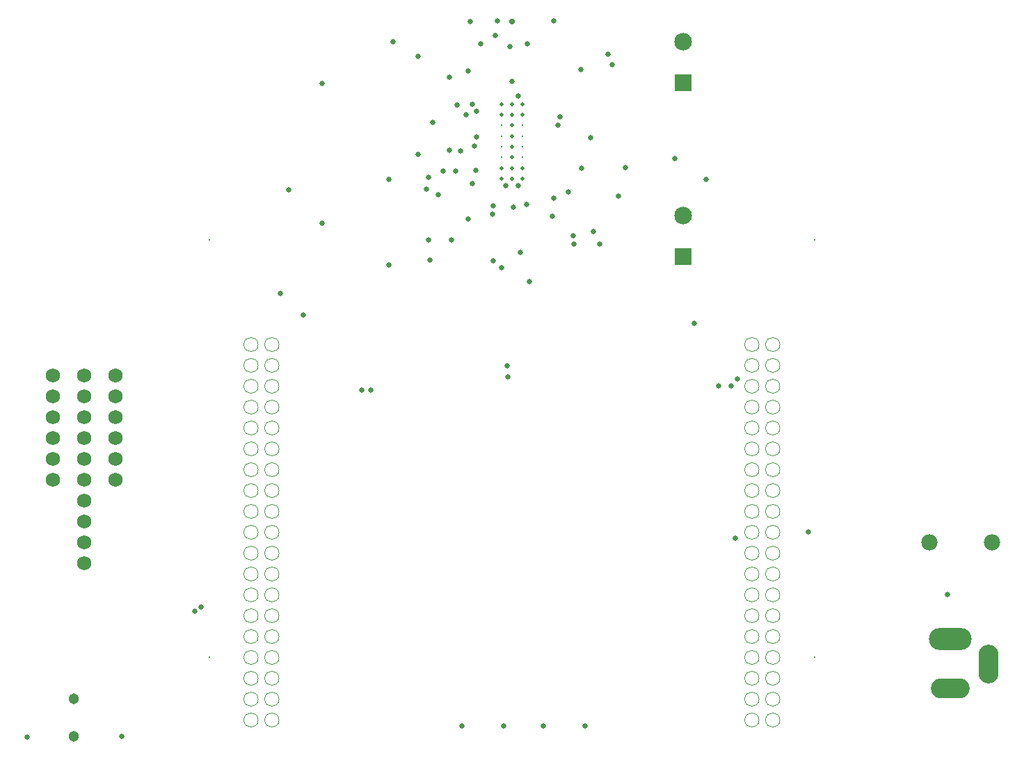
<source format=gbs>
G04*
G04 #@! TF.GenerationSoftware,Altium Limited,Altium Designer,20.2.4 (192)*
G04*
G04 Layer_Color=16711935*
%FSLAX25Y25*%
%MOIN*%
G70*
G04*
G04 #@! TF.SameCoordinates,B3AF9CCF-9D14-4356-84A3-7319CC5DFEB4*
G04*
G04*
G04 #@! TF.FilePolarity,Negative*
G04*
G01*
G75*
%ADD33C,0.00000*%
%ADD47C,0.00800*%
%ADD48C,0.00769*%
%ADD49C,0.01968*%
%ADD50C,0.07800*%
%ADD51O,0.09658X0.18517*%
%ADD52O,0.18517X0.09658*%
%ADD53O,0.20485X0.10642*%
%ADD54C,0.02769*%
%ADD55C,0.06800*%
%ADD56C,0.08477*%
%ADD57R,0.08477X0.08477*%
%ADD58C,0.05131*%
%ADD59C,0.02600*%
%ADD60C,0.02650*%
D33*
X123429Y19800D02*
G03*
X123429Y19800I-3429J0D01*
G01*
X133429D02*
G03*
X133429Y19800I-3429J0D01*
G01*
X123429Y29800D02*
G03*
X123429Y29800I-3429J0D01*
G01*
X133429D02*
G03*
X133429Y29800I-3429J0D01*
G01*
X123429Y39800D02*
G03*
X123429Y39800I-3429J0D01*
G01*
X133429D02*
G03*
X133429Y39800I-3429J0D01*
G01*
X123429Y49800D02*
G03*
X123429Y49800I-3429J0D01*
G01*
X133429D02*
G03*
X133429Y49800I-3429J0D01*
G01*
X123429Y59800D02*
G03*
X123429Y59800I-3429J0D01*
G01*
X133429D02*
G03*
X133429Y59800I-3429J0D01*
G01*
X123429Y69800D02*
G03*
X123429Y69800I-3429J0D01*
G01*
X133429D02*
G03*
X133429Y69800I-3429J0D01*
G01*
X123429Y79800D02*
G03*
X123429Y79800I-3429J0D01*
G01*
X133429D02*
G03*
X133429Y79800I-3429J0D01*
G01*
X123429Y89800D02*
G03*
X123429Y89800I-3429J0D01*
G01*
X133429D02*
G03*
X133429Y89800I-3429J0D01*
G01*
X123429Y99800D02*
G03*
X123429Y99800I-3429J0D01*
G01*
X133429D02*
G03*
X133429Y99800I-3429J0D01*
G01*
X123429Y109800D02*
G03*
X123429Y109800I-3429J0D01*
G01*
X133429D02*
G03*
X133429Y109800I-3429J0D01*
G01*
X123429Y119800D02*
G03*
X123429Y119800I-3429J0D01*
G01*
X133429D02*
G03*
X133429Y119800I-3429J0D01*
G01*
X123429Y129800D02*
G03*
X123429Y129800I-3429J0D01*
G01*
X133429D02*
G03*
X133429Y129800I-3429J0D01*
G01*
X123429Y139800D02*
G03*
X123429Y139800I-3429J0D01*
G01*
X133429D02*
G03*
X133429Y139800I-3429J0D01*
G01*
X123429Y149800D02*
G03*
X123429Y149800I-3429J0D01*
G01*
X133429D02*
G03*
X133429Y149800I-3429J0D01*
G01*
X123429Y159800D02*
G03*
X123429Y159800I-3429J0D01*
G01*
X133429D02*
G03*
X133429Y159800I-3429J0D01*
G01*
X123429Y169800D02*
G03*
X123429Y169800I-3429J0D01*
G01*
X133429D02*
G03*
X133429Y169800I-3429J0D01*
G01*
X123429Y179800D02*
G03*
X123429Y179800I-3429J0D01*
G01*
X133429D02*
G03*
X133429Y179800I-3429J0D01*
G01*
X123429Y189800D02*
G03*
X123429Y189800I-3429J0D01*
G01*
X133429D02*
G03*
X133429Y189800I-3429J0D01*
G01*
X123429Y199800D02*
G03*
X123429Y199800I-3429J0D01*
G01*
X133429D02*
G03*
X133429Y199800I-3429J0D01*
G01*
X363429Y19800D02*
G03*
X363429Y19800I-3429J0D01*
G01*
X373429D02*
G03*
X373429Y19800I-3429J0D01*
G01*
X363429Y29800D02*
G03*
X363429Y29800I-3429J0D01*
G01*
X373429D02*
G03*
X373429Y29800I-3429J0D01*
G01*
X363429Y39800D02*
G03*
X363429Y39800I-3429J0D01*
G01*
X373429D02*
G03*
X373429Y39800I-3429J0D01*
G01*
X363429Y49800D02*
G03*
X363429Y49800I-3429J0D01*
G01*
X373429D02*
G03*
X373429Y49800I-3429J0D01*
G01*
X363429Y59800D02*
G03*
X363429Y59800I-3429J0D01*
G01*
X373429D02*
G03*
X373429Y59800I-3429J0D01*
G01*
X363429Y69800D02*
G03*
X363429Y69800I-3429J0D01*
G01*
X373429D02*
G03*
X373429Y69800I-3429J0D01*
G01*
X363429Y79800D02*
G03*
X363429Y79800I-3429J0D01*
G01*
X373429D02*
G03*
X373429Y79800I-3429J0D01*
G01*
X363429Y89800D02*
G03*
X363429Y89800I-3429J0D01*
G01*
X373429D02*
G03*
X373429Y89800I-3429J0D01*
G01*
X363429Y99800D02*
G03*
X363429Y99800I-3429J0D01*
G01*
X373429D02*
G03*
X373429Y99800I-3429J0D01*
G01*
X363429Y109800D02*
G03*
X363429Y109800I-3429J0D01*
G01*
X373429D02*
G03*
X373429Y109800I-3429J0D01*
G01*
X363429Y119800D02*
G03*
X363429Y119800I-3429J0D01*
G01*
X373429D02*
G03*
X373429Y119800I-3429J0D01*
G01*
X363429Y129800D02*
G03*
X363429Y129800I-3429J0D01*
G01*
X373429D02*
G03*
X373429Y129800I-3429J0D01*
G01*
X363429Y139800D02*
G03*
X363429Y139800I-3429J0D01*
G01*
X373429D02*
G03*
X373429Y139800I-3429J0D01*
G01*
X363429Y149800D02*
G03*
X363429Y149800I-3429J0D01*
G01*
X373429D02*
G03*
X373429Y149800I-3429J0D01*
G01*
X363429Y159800D02*
G03*
X363429Y159800I-3429J0D01*
G01*
X373429D02*
G03*
X373429Y159800I-3429J0D01*
G01*
X363429Y169800D02*
G03*
X363429Y169800I-3429J0D01*
G01*
X373429D02*
G03*
X373429Y169800I-3429J0D01*
G01*
X363429Y179800D02*
G03*
X363429Y179800I-3429J0D01*
G01*
X373429D02*
G03*
X373429Y179800I-3429J0D01*
G01*
X363429Y189800D02*
G03*
X363429Y189800I-3429J0D01*
G01*
X373429D02*
G03*
X373429Y189800I-3429J0D01*
G01*
X363429Y199800D02*
G03*
X363429Y199800I-3429J0D01*
G01*
X373429D02*
G03*
X373429Y199800I-3429J0D01*
G01*
D47*
X390000Y250000D02*
D03*
Y50000D02*
D03*
X100000Y250000D02*
D03*
Y50000D02*
D03*
D48*
X250118Y299764D02*
D03*
X239882D02*
D03*
X250118Y304882D02*
D03*
X239882D02*
D03*
Y289528D02*
D03*
X250118D02*
D03*
X239882Y294646D02*
D03*
X250118D02*
D03*
D49*
X245000Y299764D02*
D03*
Y304882D02*
D03*
X239882Y315118D02*
D03*
X245000D02*
D03*
X250118D02*
D03*
X239882Y310000D02*
D03*
X245000D02*
D03*
X250118D02*
D03*
Y284409D02*
D03*
X245000D02*
D03*
X239882D02*
D03*
X250118Y279291D02*
D03*
X245000D02*
D03*
X239882D02*
D03*
X245000Y289528D02*
D03*
Y294646D02*
D03*
D50*
X475000Y105000D02*
D03*
X445000D02*
D03*
D51*
X473504Y46811D02*
D03*
D52*
X455000Y35000D02*
D03*
D53*
Y58622D02*
D03*
D54*
X245000Y354807D02*
D03*
D55*
X55000Y185000D02*
D03*
Y175000D02*
D03*
Y165000D02*
D03*
Y155000D02*
D03*
Y145000D02*
D03*
Y135000D02*
D03*
X40000Y95000D02*
D03*
Y105000D02*
D03*
Y115000D02*
D03*
Y125000D02*
D03*
Y135000D02*
D03*
Y145000D02*
D03*
Y155000D02*
D03*
Y165000D02*
D03*
Y175000D02*
D03*
Y185000D02*
D03*
X25000D02*
D03*
Y175000D02*
D03*
Y165000D02*
D03*
Y155000D02*
D03*
Y145000D02*
D03*
Y135000D02*
D03*
D56*
X327000Y345000D02*
D03*
Y261685D02*
D03*
D57*
Y325315D02*
D03*
Y242000D02*
D03*
D58*
X35000Y11890D02*
D03*
Y30000D02*
D03*
D59*
X293000Y333828D02*
D03*
X12700Y11700D02*
D03*
X338000Y279000D02*
D03*
X186000Y238000D02*
D03*
X224200Y331000D02*
D03*
X205655Y240445D02*
D03*
X453800Y80100D02*
D03*
X282800Y298900D02*
D03*
X274800Y248100D02*
D03*
X274535Y252000D02*
D03*
X205000Y250000D02*
D03*
Y280000D02*
D03*
X296000Y271000D02*
D03*
X265000Y355000D02*
D03*
Y270000D02*
D03*
X216000Y250000D02*
D03*
X230000Y344000D02*
D03*
X277887Y331600D02*
D03*
X200000Y290900D02*
D03*
X186000Y279000D02*
D03*
X58000Y12000D02*
D03*
X215000Y328000D02*
D03*
X188000Y345000D02*
D03*
X200000Y338000D02*
D03*
X138000Y274000D02*
D03*
D60*
X291000Y339000D02*
D03*
X245700Y265713D02*
D03*
X209600Y271500D02*
D03*
X236100Y266405D02*
D03*
X134200Y224400D02*
D03*
X154061Y257939D02*
D03*
X203900Y274225D02*
D03*
X235800Y262300D02*
D03*
X223975Y260000D02*
D03*
X243100Y184200D02*
D03*
X242800Y189500D02*
D03*
X239882Y236518D02*
D03*
X249125Y244056D02*
D03*
X264300Y261300D02*
D03*
X253300Y229900D02*
D03*
X93000Y72000D02*
D03*
X284000Y254000D02*
D03*
X225905Y277000D02*
D03*
X242000Y276000D02*
D03*
X227975Y299217D02*
D03*
X223000Y310000D02*
D03*
X227748Y283452D02*
D03*
X267000Y305000D02*
D03*
X248000Y319000D02*
D03*
X227900Y311800D02*
D03*
X227100Y295133D02*
D03*
X248000Y276000D02*
D03*
X226000Y315000D02*
D03*
X287025Y248000D02*
D03*
X268000Y309000D02*
D03*
X218800Y314800D02*
D03*
X353200Y183200D02*
D03*
X225200Y354800D02*
D03*
X244100Y342800D02*
D03*
X252300Y344000D02*
D03*
X299300Y284800D02*
D03*
X207200Y306300D02*
D03*
X220400Y292500D02*
D03*
X252000Y267000D02*
D03*
X245000Y326000D02*
D03*
X236000Y240000D02*
D03*
X349975Y180025D02*
D03*
X344000Y180000D02*
D03*
X352000Y107000D02*
D03*
X332375Y210000D02*
D03*
X154000Y325000D02*
D03*
X323000Y289000D02*
D03*
X237000Y348000D02*
D03*
X387000Y110000D02*
D03*
X278437Y284437D02*
D03*
X272000Y273000D02*
D03*
X145000Y214000D02*
D03*
X177429Y178000D02*
D03*
X173000D02*
D03*
X96000Y74000D02*
D03*
X280000Y17000D02*
D03*
X260000D02*
D03*
X241000D02*
D03*
X221000D02*
D03*
X238000Y355000D02*
D03*
X215000Y293000D02*
D03*
X212000Y283000D02*
D03*
X218000D02*
D03*
M02*

</source>
